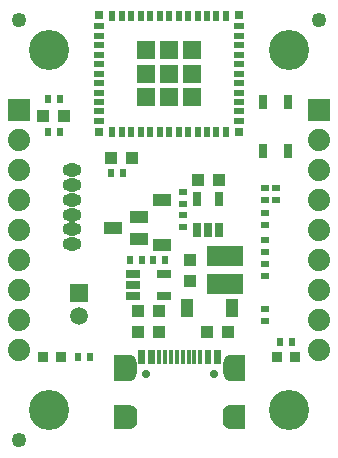
<source format=gbr>
G04 #@! TF.GenerationSoftware,KiCad,Pcbnew,5.1.6-c6e7f7d~87~ubuntu18.04.1*
G04 #@! TF.CreationDate,2022-06-29T16:43:55+03:00*
G04 #@! TF.ProjectId,ESP32-C3-DevKit-Lipo_Rev_A,45535033-322d-4433-932d-4465764b6974,A*
G04 #@! TF.SameCoordinates,Original*
G04 #@! TF.FileFunction,Soldermask,Top*
G04 #@! TF.FilePolarity,Negative*
%FSLAX46Y46*%
G04 Gerber Fmt 4.6, Leading zero omitted, Abs format (unit mm)*
G04 Created by KiCad (PCBNEW 5.1.6-c6e7f7d~87~ubuntu18.04.1) date 2022-06-29 16:43:55*
%MOMM*%
%LPD*%
G01*
G04 APERTURE LIST*
%ADD10R,0.651600X0.601600*%
%ADD11R,1.551600X1.551600*%
%ADD12R,0.501600X0.901600*%
%ADD13R,0.901600X0.501600*%
%ADD14R,0.801600X0.801600*%
%ADD15C,1.501600*%
%ADD16R,1.501600X1.501600*%
%ADD17R,0.901600X0.901600*%
%ADD18R,1.117600X1.117600*%
%ADD19R,1.501600X1.101600*%
%ADD20C,1.254000*%
%ADD21R,3.101600X1.701600*%
%ADD22R,1.301600X0.651600*%
%ADD23R,1.101600X1.501600*%
%ADD24R,0.601600X0.651600*%
%ADD25O,1.601600X1.101600*%
%ADD26C,1.879600*%
%ADD27R,1.879600X1.879600*%
%ADD28C,3.401601*%
%ADD29R,0.751600X1.151600*%
%ADD30R,0.651600X1.301600*%
%ADD31R,0.401600X1.251600*%
%ADD32O,1.301600X2.301600*%
%ADD33C,0.701600*%
%ADD34O,1.401600X2.101600*%
%ADD35R,0.351600X1.251600*%
%ADD36R,1.201600X2.301600*%
%ADD37R,1.201600X2.101600*%
G04 APERTURE END LIST*
D10*
X151638000Y-92964000D03*
X151638000Y-93980000D03*
D11*
X143510000Y-81337000D03*
X145485000Y-83312000D03*
X141535000Y-83312000D03*
X141535000Y-81337000D03*
X145485000Y-81337000D03*
X141535000Y-85287000D03*
X145485000Y-85287000D03*
X143510000Y-83312000D03*
X143510000Y-85287000D03*
D12*
X139510000Y-78412000D03*
X140310000Y-78412000D03*
X141110000Y-78412000D03*
X141910000Y-78412000D03*
X142710000Y-78412000D03*
X143510000Y-78412000D03*
X144310000Y-78412000D03*
X145110000Y-78412000D03*
X145910000Y-78412000D03*
X146710000Y-78412000D03*
X147510000Y-78412000D03*
D13*
X149410000Y-80112000D03*
X149410000Y-80912000D03*
X149410000Y-81712000D03*
X149410000Y-82512000D03*
X149410000Y-83312000D03*
X149410000Y-84112000D03*
X149410000Y-84912000D03*
X149410000Y-85712000D03*
X149410000Y-86512000D03*
D12*
X147510000Y-88212000D03*
X146710000Y-88212000D03*
X145910000Y-88212000D03*
X145110000Y-88212000D03*
X144310000Y-88212000D03*
X143510000Y-88212000D03*
X142710000Y-88212000D03*
X141910000Y-88212000D03*
X141110000Y-88212000D03*
X140310000Y-88212000D03*
X139510000Y-88212000D03*
D13*
X137610000Y-86512000D03*
X137610000Y-85712000D03*
X137610000Y-84912000D03*
X137610000Y-84112000D03*
X137610000Y-83312000D03*
X137610000Y-82512000D03*
X137610000Y-81712000D03*
X137610000Y-80912000D03*
X137610000Y-80112000D03*
X149410000Y-79312000D03*
X149410000Y-87312000D03*
X137610000Y-87312000D03*
X137610000Y-79312000D03*
D12*
X148310000Y-88212000D03*
X148310000Y-78412000D03*
D14*
X137560000Y-78362000D03*
X137560000Y-88262000D03*
X149460000Y-78362000D03*
X149460000Y-88262000D03*
D12*
X138710000Y-78412000D03*
X138710000Y-88212000D03*
D15*
X135872220Y-103870760D03*
D16*
X135869680Y-101841300D03*
D17*
X134366000Y-107314999D03*
X132842000Y-107314999D03*
D18*
X145288000Y-99060000D03*
X145288000Y-100838000D03*
D19*
X140934440Y-97342960D03*
X140934440Y-95440500D03*
X138724640Y-96395540D03*
D20*
X130810000Y-114300000D03*
X130810000Y-78740000D03*
X156210000Y-78740000D03*
D21*
X148209000Y-101149000D03*
X148209000Y-98749000D03*
D22*
X140432000Y-100269000D03*
X140432000Y-101219000D03*
X140432000Y-102169000D03*
X143032000Y-100269000D03*
X143032000Y-102169000D03*
D23*
X148839000Y-103124000D03*
X145039000Y-103124000D03*
D19*
X142875000Y-97785000D03*
X142875000Y-93985000D03*
D18*
X140843000Y-103378000D03*
X142621000Y-103378000D03*
X140335000Y-90424000D03*
X138557000Y-90424000D03*
D24*
X140208000Y-99060000D03*
X141224000Y-99060000D03*
X136779000Y-107315000D03*
X135763000Y-107315000D03*
X143129000Y-99060000D03*
X142113000Y-99060000D03*
D10*
X151638000Y-95123000D03*
X151638000Y-96139000D03*
X151638000Y-99441000D03*
X151638000Y-100457000D03*
X151638000Y-97409000D03*
X151638000Y-98425000D03*
X144653000Y-96266000D03*
X144653000Y-95250000D03*
X144653000Y-93345000D03*
X144653000Y-94361000D03*
D24*
X138557000Y-91694000D03*
X139573000Y-91694000D03*
X153924000Y-106045000D03*
X152908000Y-106045000D03*
D10*
X151638000Y-103251000D03*
X151638000Y-104267000D03*
X152527000Y-93980000D03*
X152527000Y-92964000D03*
D18*
X145923000Y-92329001D03*
X147701000Y-92329001D03*
X134620000Y-86868000D03*
X132842000Y-86868000D03*
D24*
X134239000Y-85471000D03*
X133223000Y-85471000D03*
D25*
X135255000Y-97740000D03*
X135255000Y-96490000D03*
X135255000Y-95240000D03*
X135255000Y-93990000D03*
X135255000Y-92740000D03*
X135255000Y-91490000D03*
D26*
X130810000Y-106680000D03*
X130810000Y-101600000D03*
X130810000Y-104140000D03*
X130810000Y-99060000D03*
X130810000Y-96520000D03*
D27*
X130810000Y-86360000D03*
D26*
X130810000Y-88900000D03*
X130810000Y-91440000D03*
X130810000Y-93980000D03*
X156210000Y-93980000D03*
X156210000Y-91440000D03*
X156210000Y-88900000D03*
D27*
X156210000Y-86360000D03*
D26*
X156210000Y-96520000D03*
X156210000Y-99060000D03*
X156210000Y-104140000D03*
X156210000Y-101600000D03*
X156210000Y-106680000D03*
D17*
X154178000Y-107315000D03*
X152654000Y-107315000D03*
D28*
X133350000Y-111760000D03*
X153670000Y-111760000D03*
X153670000Y-81280000D03*
X133350000Y-81280000D03*
D18*
X148463000Y-105156000D03*
X146685000Y-105156000D03*
X142621000Y-105156000D03*
X140843000Y-105156000D03*
D24*
X134239000Y-88265000D03*
X133223000Y-88265000D03*
D29*
X151452000Y-89832000D03*
X151452000Y-85682000D03*
X153602000Y-89832000D03*
X153602000Y-85682000D03*
D30*
X147762000Y-93949999D03*
X145862000Y-93949999D03*
X147762000Y-96549999D03*
X146812000Y-96549999D03*
X145862000Y-96549999D03*
D31*
X147724000Y-107320000D03*
X141074000Y-107320000D03*
X147474000Y-107320000D03*
X141324000Y-107320000D03*
X146924000Y-107320000D03*
X141874000Y-107320000D03*
X146674000Y-107320000D03*
X142124000Y-107320000D03*
D32*
X140079000Y-108222000D03*
D33*
X141509000Y-108722000D03*
D34*
X140079000Y-112402000D03*
X148719000Y-112402000D03*
D32*
X148719000Y-108222000D03*
D35*
X144149000Y-107320000D03*
X145149000Y-107320000D03*
X145649000Y-107320000D03*
X144649000Y-107320000D03*
X146149000Y-107320000D03*
X143649000Y-107320000D03*
X143149000Y-107320000D03*
X142649000Y-107320000D03*
D33*
X147289000Y-108722000D03*
D36*
X139471400Y-108222000D03*
D37*
X139471400Y-112402000D03*
D36*
X149326600Y-108222000D03*
D37*
X149326600Y-112402000D03*
M02*

</source>
